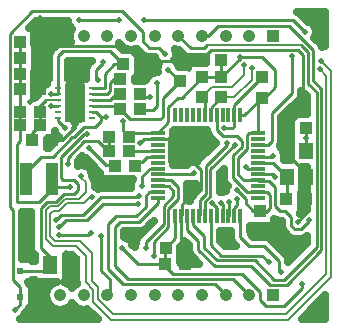
<source format=gbl>
G04 DipTrace 2.4.0.2*
%INBottom.gbr*%
%MOIN*%
%ADD14C,0.01*%
%ADD15C,0.0079*%
%ADD17C,0.007*%
%ADD18C,0.0091*%
%ADD19C,0.025*%
%ADD21R,0.0512X0.0591*%
%ADD22R,0.0433X0.0394*%
%ADD23R,0.0394X0.0433*%
%ADD27R,0.0236X0.0236*%
%ADD34C,0.0413*%
%ADD35R,0.0413X0.0413*%
%ADD36R,0.039X0.106*%
%ADD40R,0.0472X0.0118*%
%ADD41R,0.0118X0.0472*%
%ADD42R,0.0236X0.0091*%
%ADD43R,0.0669X0.1299*%
%ADD49R,0.0453X0.0551*%
%ADD50C,0.02*%
%FSLAX44Y44*%
G04*
G70*
G90*
G75*
G01*
%LNBottom*%
%LPD*%
X11908Y11123D2*
D14*
X12043D1*
X12638Y11718D1*
X12498Y10533D2*
Y11579D1*
X12638Y11718D1*
X10638Y12392D2*
X11262D1*
X11263Y12972D2*
Y12392D1*
X9152Y10533D2*
Y10550D1*
X8189D1*
Y10415D1*
X10638Y12392D2*
Y12388D1*
X9950Y11700D1*
X9825D1*
X9513Y11387D1*
Y10893D1*
X9152Y10533D1*
X4550Y13575D2*
Y13057D1*
X4572Y13035D1*
Y12535D1*
X4550Y12513D1*
Y12012D1*
Y11250D1*
X4560D1*
Y10798D1*
X4568Y10790D1*
X7965Y6715D2*
X8510Y6170D1*
X9406D1*
Y6688D1*
X9428Y6710D1*
X9742Y7777D2*
Y7025D1*
X9428Y6710D1*
X12638Y11718D2*
X12718D1*
X13075Y12075D1*
Y12638D1*
X12643Y13070D1*
X11910D1*
Y13050D1*
X11921D1*
X11262Y12392D1*
X4568Y10790D2*
Y10268D1*
X4470Y10170D1*
Y8230D1*
X5190D1*
X5635Y8675D1*
Y9010D1*
Y8740D1*
X6240D1*
X7990Y10930D2*
Y10614D1*
X8189Y10415D1*
X12498Y8958D2*
X12022D1*
X11830Y9150D1*
Y9710D1*
X12130Y10010D1*
Y10470D1*
X12190Y10530D1*
X12496D1*
X12498Y10533D1*
X9406Y6170D2*
Y6114D1*
X9670Y5850D1*
X11960D1*
X12560Y5250D1*
Y4970D1*
X12750Y4780D1*
X13380D1*
X13960Y5360D1*
Y5490D1*
X14210Y7630D2*
Y7610D1*
X13930Y7330D1*
X13730D1*
X13610Y7450D1*
Y7730D1*
X13410Y7930D1*
X13230D1*
X13070Y8090D1*
Y8750D1*
X12870Y8950D1*
X12506D1*
X12498Y8958D1*
X5850Y7130D2*
X6840D1*
X6920Y7210D1*
X12575Y7933D2*
X12347D1*
X12090Y8190D1*
Y8350D1*
X11810Y8630D1*
X12498Y8564D2*
X12816D1*
X12910Y8470D1*
Y8035D1*
X12763Y7888D1*
X12620D1*
X12575Y7933D1*
X11120Y11123D2*
Y10640D1*
X11330Y10430D1*
X11790D1*
X11950Y10270D1*
Y10070D1*
X11670Y9790D1*
Y9043D1*
X12138Y8575D1*
X12487D1*
X12498Y8564D1*
X11908Y7777D2*
Y7072D1*
X12210Y6770D1*
X12690D1*
X13200Y6260D1*
Y5970D1*
X13280Y5890D1*
X10727Y7777D2*
Y8247D1*
X10910Y8430D1*
Y9330D1*
X11730Y10150D1*
X12575Y7263D2*
X12833D1*
X13013Y7443D1*
Y7700D1*
X14114Y8325D2*
Y7864D1*
X13825Y7575D1*
X13470Y9950D2*
Y9830D1*
X13950Y9350D1*
Y9234D1*
X14100Y9084D1*
Y8339D1*
X14114Y8325D1*
X13420Y10700D2*
Y10000D1*
X13470Y9950D1*
X11711Y11123D2*
Y11461D1*
X12638Y12388D1*
X9888Y12932D2*
X10552D1*
X10593Y12972D1*
X5219Y13575D2*
Y13057D1*
X5241Y13035D1*
Y12535D1*
X5219Y12513D1*
Y12012D1*
Y13575D2*
Y14369D1*
X10097Y6710D2*
Y6192D1*
X10075Y6170D1*
X9939Y7777D2*
Y6868D1*
X10097Y6710D1*
X12498Y9155D2*
X12995D1*
X13075Y9075D1*
X8570Y10210D2*
X8710Y10350D1*
X9166D1*
X9152Y10336D1*
X10350Y8390D2*
X10203D1*
X9950Y8137D1*
Y7788D1*
X9939Y7777D1*
X6323Y6137D2*
Y6337D1*
X6110Y6550D1*
X9152Y10336D2*
X9544D1*
X10590Y9290D1*
Y8650D1*
X10340Y8400D1*
X10350Y8390D1*
X13420Y10700D2*
X13530D1*
Y10830D1*
X14010Y11310D1*
Y13130D1*
X13830Y13310D1*
X10931D1*
X10593Y12972D1*
X9888Y12932D2*
X8789D1*
X8682Y12825D1*
Y12427D1*
X8580Y12325D1*
X5219Y13575D2*
X5450D1*
X5575Y13450D1*
X8057D1*
X8682Y12825D1*
X5219Y12012D2*
Y11899D1*
X4890Y11570D1*
X6399Y11535D2*
X6370D1*
Y10710D1*
X5970Y10310D1*
X5645D1*
X5637Y10317D1*
X11350Y10710D2*
X11650D1*
X11710Y10770D1*
Y11122D1*
X11711Y11123D1*
X10210Y12670D2*
Y12930D1*
X10551D1*
X12498Y10139D2*
X12819D1*
X12950Y10270D1*
Y11190D1*
X13630Y11870D1*
Y13090D1*
X14070Y13890D2*
X13670Y14290D1*
X8700D1*
X7870D2*
X6540D1*
X8510Y8170D2*
X7340D1*
X6802Y7632D1*
X6112D1*
X5870Y7390D1*
X5770Y7630D2*
X5940Y7800D1*
X6680D1*
X7268Y8388D1*
X8468D1*
X8530Y8450D1*
X8630Y8770D2*
Y9090D1*
X8890Y9350D1*
X9150D1*
X9152Y9352D1*
Y9942D2*
X8538D1*
X8528Y9952D1*
X8187D1*
X14089Y10700D2*
Y9961D1*
X14100Y9950D1*
X12498Y9745D2*
X12995D1*
X13013Y9763D1*
X14100Y10380D2*
Y9950D1*
X13470Y9084D2*
Y8351D1*
X13444Y8325D1*
X12498Y9548D2*
X13006D1*
X13470Y9084D1*
X5229Y11250D2*
Y10798D1*
X5237Y10790D1*
X5848Y11634D2*
D18*
Y11650D1*
D17*
X5440D1*
D14*
X5135Y11345D1*
X5229Y11250D1*
X4968Y10317D2*
Y10521D1*
X5237Y10790D1*
X6950Y11831D2*
D18*
X7456D1*
D14*
X7575Y11950D1*
Y12200D1*
X7700Y12325D1*
X7911D1*
X6950Y11634D2*
D18*
X7571D1*
D14*
X7762Y11825D1*
X7911D1*
X6950Y11240D2*
D18*
Y11250D1*
D14*
X7090D1*
X7270Y11070D1*
Y10930D1*
X7070Y10730D1*
X6690D1*
X6350Y10390D1*
X6310D1*
X5650Y9730D1*
X5250D1*
X4690Y9170D1*
Y8810D1*
X4780D1*
Y9010D1*
X7270Y11070D2*
X7430D1*
X8910Y11730D2*
X8485D1*
X8580Y11825D1*
X7911Y11325D2*
X7895D1*
X8230Y10990D1*
X9240D1*
X9325Y11075D1*
Y11700D1*
X9888Y12262D1*
X6950Y11437D2*
D18*
X7118D1*
D14*
X8023D1*
X7911Y11325D1*
X4571Y5079D2*
Y4821D1*
X4387Y4637D1*
X4571Y5079D2*
Y5389D1*
X4330Y5630D1*
Y7970D1*
X4220Y8080D1*
Y13840D1*
X4970Y14590D1*
X7970D1*
X8650Y13910D1*
Y13590D1*
X8854Y13386D1*
X9194D1*
X9410Y13170D1*
X9510Y12650D2*
Y12640D1*
X9888Y12262D1*
X6950Y12027D2*
D18*
X7387D1*
D14*
Y12512D1*
X7700Y12825D1*
X8013D1*
X5848Y11831D2*
D18*
Y11850D1*
Y12027D1*
Y11437D2*
X5680D1*
D14*
X5610D1*
Y11850D2*
X5848D1*
Y12027D2*
D18*
Y11983D1*
D14*
Y13098D1*
X6012Y13262D1*
X7575D1*
X8013Y12825D1*
X9152Y9745D2*
X8808D1*
X8637Y9575D1*
X8513D1*
X8388Y9450D1*
X12498Y9352D2*
X12168D1*
X12110Y9410D1*
X7330Y12910D2*
Y12870D1*
X7090Y12630D1*
Y12350D1*
X7150Y12290D1*
X7270Y7090D2*
Y5950D1*
X7550Y5670D1*
Y5190D1*
X7480Y5120D1*
X9152Y9155D2*
X10315D1*
X10370Y9210D1*
X10727Y11123D2*
Y11633D1*
X10638Y11723D1*
X6610Y9100D2*
D15*
Y9040D1*
X6750Y8900D1*
Y8560D1*
X6530Y8340D1*
X6070D1*
X5820Y8090D1*
X5550D1*
X5420Y7960D1*
Y7010D1*
X5670Y6760D1*
X6430D1*
X6750Y6440D1*
Y5560D1*
X7010Y5300D1*
Y4900D1*
X7600Y4310D1*
X13500D1*
X14930Y5740D1*
Y12610D1*
X14590Y12950D1*
X12030Y12800D2*
Y12460D1*
X11630Y12060D1*
X10975D1*
X10638Y11723D1*
X10333Y7777D2*
D14*
Y7467D1*
X10710Y7090D1*
Y6710D1*
X11130Y6290D1*
X12390D1*
X13030Y5650D1*
X13380D1*
X14450Y6720D1*
Y11890D1*
X14170Y12170D1*
Y13230D1*
X13930Y13470D1*
D15*
X10790D1*
D14*
X10690Y13370D1*
X10250D1*
X9840Y13780D1*
X10923Y11123D2*
Y11383D1*
X11262Y11722D1*
X6970Y8390D2*
D15*
X6890D1*
X6700Y8200D1*
X6130D1*
X5870Y7940D1*
X5670D1*
X5570Y7840D1*
Y7090D1*
X5730Y6930D1*
X6550D1*
X6950Y6530D1*
Y5610D1*
X7150Y5410D1*
Y5010D1*
X7660Y4500D1*
X13420D1*
X14770Y5850D1*
Y12450D1*
X14550Y12670D1*
X12290Y12690D2*
Y12310D1*
X11702Y11722D1*
X11262D1*
X10630Y13780D2*
D14*
X10820D1*
X11150Y14110D1*
X13530D1*
X14330Y13310D1*
Y12290D1*
X14610Y12010D1*
Y6630D1*
X13460Y5480D1*
X12890D1*
X12280Y6090D1*
X11070D1*
X10510Y6650D1*
Y6930D1*
X10136Y7304D1*
Y7777D1*
X5848Y11043D2*
D18*
Y10932D1*
D14*
X6070Y10710D1*
X9130Y12190D2*
Y11430D1*
X9010Y11310D1*
X8580D1*
Y11325D1*
X11514Y7777D2*
X11530D1*
Y8250D1*
X11790Y8330D2*
Y8130D1*
X11711Y8051D1*
Y7777D1*
X10923D2*
Y6789D1*
X11263Y6450D1*
X12640D1*
X12860Y6230D1*
X11317Y7777D2*
Y8163D1*
X11270Y8210D1*
X11120Y7777D2*
Y8040D1*
X10970Y8190D1*
X9152Y8564D2*
X8864D1*
X8750Y8450D1*
Y8070D1*
X8437Y7757D1*
X7777D1*
X7510Y7490D1*
Y5990D1*
X8010Y5490D1*
X11050D1*
X11420Y5120D1*
X9152Y8367D2*
Y8192D1*
X8530Y7570D1*
X7890D1*
X7730Y7410D1*
Y6090D1*
X8150Y5670D1*
X11650D1*
X12200Y5120D1*
X9152Y8761D2*
X9519D1*
X9670Y8610D1*
Y8430D1*
X9350Y8110D1*
Y7490D1*
X8750Y6890D1*
Y6690D1*
X9152Y8958D2*
X9602D1*
X9830Y8730D1*
Y8330D1*
X9510Y8010D1*
Y7390D1*
X9030Y6910D1*
Y6450D1*
X6850Y10050D2*
X7430Y9470D1*
X7718D1*
Y9450D1*
X7520Y10415D2*
Y9954D1*
X7518Y9952D1*
X6150Y9500D2*
Y9710D1*
X6710Y10270D1*
X7170D1*
X7488Y9952D1*
X7518D1*
X4571Y5946D2*
X5383D1*
X5575Y6137D1*
X6790Y10510D2*
X6710D1*
X5940Y9740D1*
Y9040D1*
X6010Y8970D1*
X6360D1*
X6490Y8840D1*
Y8630D1*
X6370Y8510D1*
X6020D1*
X5753Y8243D1*
X5473D1*
X5262Y8032D1*
Y6700D1*
X5575Y6387D1*
Y6137D1*
X11470Y10210D2*
Y10150D1*
X10750Y9430D1*
Y8510D1*
X10550Y8310D1*
Y7797D1*
X10530Y7777D1*
D50*
X7965Y6715D3*
X11910Y13070D3*
X6240Y8740D3*
X7990Y10930D3*
X13960Y5490D3*
X14210Y7630D3*
X5850Y7130D3*
X6920Y7210D3*
X11810Y8630D3*
X13280Y5890D3*
X11730Y10150D3*
X13013Y7700D3*
X13825Y7575D3*
X5219Y14369D3*
X13075Y9075D3*
X8570Y10210D3*
X10350Y8390D3*
X6110Y6550D3*
X10350Y8390D3*
X4890Y11570D3*
X6370Y10710D3*
X11350D3*
X10210Y12670D3*
X6110Y6550D3*
X13630Y13090D3*
X14070Y13890D3*
X8700Y14290D3*
X7870D3*
X6540D3*
X8510Y8170D3*
X5870Y7390D3*
X5770Y7630D3*
X8530Y8450D3*
X8630Y8770D3*
X13013Y9763D3*
X14100Y10380D3*
X7430Y11070D3*
X8910Y11730D3*
X4387Y4637D3*
X9410Y13170D3*
X9510Y12650D3*
X5610Y11437D3*
Y11850D3*
X12110Y9410D3*
X7330Y12910D3*
X7150Y12290D3*
X7270Y7090D3*
X10370Y9210D3*
X6610Y9100D3*
X14590Y12950D3*
X12030Y12800D3*
X6970Y8390D3*
X14550Y12670D3*
X12290Y12690D3*
X6070Y10710D3*
X9130Y12190D3*
X11530Y8250D3*
X11790Y8330D3*
X12860Y6230D3*
X11270Y8210D3*
X10970Y8190D3*
X8750Y6690D3*
X9030Y6450D3*
X6850Y10050D3*
X6150Y9500D3*
X6790Y10510D3*
X11470Y10210D3*
X14106Y14326D2*
D19*
X14716D1*
X4926Y14078D2*
X6220D1*
X14407D2*
X14716D1*
X5055Y13829D2*
X6204D1*
X14454D2*
X14716D1*
X5055Y13580D2*
X6247D1*
X14532D2*
X14716D1*
X5079Y13332D2*
X5611D1*
X7977D2*
X8101D1*
X5079Y13083D2*
X5509D1*
X8520D2*
X8743D1*
X9789D2*
X10095D1*
X5079Y12834D2*
X5509D1*
X6188D2*
X6825D1*
X8520D2*
X9169D1*
X9848D2*
X10150D1*
X5079Y12585D2*
X5509D1*
X6188D2*
X6751D1*
X8520D2*
X9126D1*
X5055Y12337D2*
X5439D1*
X6254D2*
X6540D1*
X8418D2*
X8771D1*
X5055Y12088D2*
X5310D1*
X6254D2*
X6540D1*
X5055Y11839D2*
X5162D1*
X6254D2*
X6540D1*
X6254Y11591D2*
X6540D1*
X13821D2*
X14111D1*
X6254Y11342D2*
X6540D1*
X13571D2*
X14111D1*
X6254Y11093D2*
X6540D1*
X13325D2*
X13583D1*
X13289Y10845D2*
X13583D1*
X9684Y10596D2*
X10782D1*
X13289D2*
X13583D1*
X9676Y10347D2*
X10943D1*
X13289D2*
X13583D1*
X9676Y10099D2*
X10946D1*
X13239D2*
X13583D1*
X9676Y9850D2*
X10700D1*
X13391D2*
X13583D1*
X6524Y9601D2*
X6829D1*
X9676D2*
X10462D1*
X6899Y9353D2*
X7075D1*
X13985D2*
X14111D1*
X7000Y9104D2*
X7212D1*
X11250D2*
X11330D1*
X13985D2*
X14111D1*
X7079Y8855D2*
X8251D1*
X11250D2*
X11393D1*
X13985D2*
X14111D1*
X10168Y8606D2*
X10376D1*
X11250D2*
X11421D1*
X13985D2*
X14111D1*
X13950Y8358D2*
X14111D1*
X13950Y8109D2*
X14111D1*
X4668Y7860D2*
X4923D1*
X4668Y7612D2*
X4923D1*
X13063D2*
X13259D1*
X4668Y7363D2*
X4923D1*
X12258D2*
X13282D1*
X4668Y7114D2*
X4923D1*
X8071D2*
X8505D1*
X11262D2*
X11568D1*
X12336D2*
X13474D1*
X4668Y6866D2*
X4923D1*
X8321D2*
X8403D1*
X11317D2*
X11646D1*
X13063D2*
X14111D1*
X4668Y6617D2*
X4935D1*
X9934D2*
X10173D1*
X13313D2*
X13876D1*
X4668Y6368D2*
X5029D1*
X6121D2*
X6364D1*
X9934D2*
X10321D1*
X13520D2*
X13627D1*
X6121Y6120D2*
X6419D1*
X6121Y5871D2*
X6419D1*
X6121Y5622D2*
X6419D1*
X4977Y5374D2*
X5489D1*
X4977Y5125D2*
X5415D1*
X4977Y4876D2*
X5482D1*
X14524D2*
X14716D1*
X4844Y4627D2*
X6825D1*
X14274D2*
X14716D1*
X4668Y4379D2*
X7075D1*
X14024D2*
X14716D1*
X6096Y6452D2*
Y5577D1*
X6022D1*
X6172Y5512D1*
X6266Y5429D1*
X6302Y5374D1*
X6384Y5470D1*
X6451Y5516D1*
X6445Y5685D1*
Y6314D1*
X6305Y6454D1*
X6098Y6455D1*
X5795Y5577D2*
X5054D1*
Y5628D1*
X4957Y5631D1*
X4954Y5562D1*
X4833D1*
X4866Y5498D1*
X4954Y5463D1*
Y4696D1*
X4858Y4692D1*
X4793Y4598D1*
X4741Y4545D1*
X4670Y4407D1*
X4573Y4324D1*
X7157Y4325D1*
X6814Y4663D1*
X6691Y4649D1*
X6567Y4668D1*
X6454Y4718D1*
X6357Y4797D1*
X6309Y4863D1*
X6240Y4783D1*
X6140Y4709D1*
X6024Y4663D1*
X5901Y4649D1*
X5777Y4668D1*
X5664Y4718D1*
X5567Y4797D1*
X5494Y4898D1*
X5450Y5015D1*
X5439Y5139D1*
X5460Y5262D1*
X5513Y5374D1*
X5594Y5470D1*
X5696Y5540D1*
X5803Y5578D1*
X5054Y6261D2*
Y6464D1*
X4971Y6581D1*
X4947Y6700D1*
Y7915D1*
X4647D1*
X4645Y6325D1*
X4954Y6329D1*
Y6262D1*
X5033Y11712D2*
X5042Y11708D1*
X5032Y11724D1*
Y11713D1*
X5089Y11744D1*
X5246Y11892D1*
X5260Y11952D1*
X5314Y12064D1*
X5403Y12151D1*
X5463Y12178D1*
X5465Y12338D1*
X5531D1*
X5533Y13098D1*
X5557Y13219D1*
X5625Y13320D1*
X5790Y13485D1*
X5893Y13554D1*
X6012Y13577D1*
X6274D1*
X6240Y13675D1*
X6229Y13799D1*
X6250Y13922D1*
X6295Y14017D1*
X6204Y14147D1*
X6176Y14272D1*
X5099Y14275D1*
X4864Y14039D1*
X5032Y14037D1*
Y13494D1*
X5054Y13496D1*
Y12573D1*
X5034D1*
X5032Y12051D1*
Y11724D1*
X8391Y12287D2*
X8780Y12292D1*
X8834Y12404D1*
X8923Y12491D1*
X9036Y12543D1*
X9156Y12553D1*
X9146Y12628D1*
X9160Y12752D1*
X9212Y12860D1*
X9142Y12923D1*
X9074Y13027D1*
X9064Y13069D1*
X8854Y13071D1*
X8732Y13096D1*
X8631Y13163D1*
X8450Y13344D1*
X8384Y13323D1*
X8261Y13309D1*
X8137Y13328D1*
X8024Y13378D1*
X7927Y13457D1*
X7879Y13523D1*
X7886Y13397D1*
X7994Y13289D1*
X8494Y13287D1*
Y12363D1*
X8389D1*
X8392Y12283D1*
X13926Y8541D2*
Y7863D1*
X13899D1*
X13905Y7839D1*
X14003Y7931D1*
X14135Y7984D1*
Y9411D1*
X13962Y9409D1*
X13961Y8543D1*
X13926D1*
X13733Y11162D2*
X14135D1*
Y11763D1*
X13945Y11950D1*
Y11870D1*
X13921Y11748D1*
X13853Y11647D1*
X13264Y11059D1*
X13265Y10270D1*
X13239Y10147D1*
X13266Y10025D1*
X13339Y9925D1*
X13375Y9806D1*
X13378Y9763D1*
X13357Y9644D1*
X13479Y9624D1*
X13608D1*
Y11162D1*
X13733D1*
X9909Y6746D2*
Y6249D1*
X9890D1*
X9920Y6165D1*
X10549D1*
X10287Y6427D1*
X10218Y6531D1*
X10195Y6650D1*
Y6802D1*
X10047Y6948D1*
X10033Y6903D1*
X9965Y6802D1*
X9907Y6744D1*
X10781Y12874D2*
Y13069D1*
X10690Y13055D1*
X10250D1*
X10128Y13079D1*
X10027Y13147D1*
X9864Y13310D1*
X9742Y13322D1*
X9772Y13213D1*
X9775Y13170D1*
X9754Y13047D1*
X9702Y12956D1*
X9763Y12913D1*
X9837Y12812D1*
X9858Y12742D1*
X10180Y12744D1*
X10176Y12873D1*
X10781D1*
X5450Y10330D2*
Y10041D1*
X5520Y10045D1*
X5877Y10403D1*
X5802Y10463D1*
X5734Y10567D1*
X5724Y10609D1*
X5719Y10328D1*
X5450D1*
X13037Y7684D2*
Y7451D1*
X12228D1*
X12232Y7276D1*
X12220D1*
X12307Y7118D1*
X12343Y7082D1*
X12690Y7085D1*
X12812Y7061D1*
X12913Y6993D1*
X13423Y6483D1*
X13492Y6379D1*
X13515Y6260D1*
Y6233D1*
X14138Y6853D1*
X14135Y7091D1*
X14049Y7038D1*
X13930Y7015D1*
X13730D1*
X13608Y7039D1*
X13507Y7107D1*
X13387Y7227D1*
X13323Y7320D1*
X13295Y7450D1*
Y7602D1*
X13098Y7645D1*
X8318Y8988D2*
X7906Y8992D1*
X7825Y8988D1*
X7237D1*
Y9219D1*
X6757Y9697D1*
X6680Y9727D1*
X6640Y9758D1*
X6499Y9614D1*
X6515Y9500D1*
X6506Y9450D1*
X6640Y9464D1*
X6760Y9433D1*
X6863Y9363D1*
X6937Y9262D1*
X6972Y9143D1*
X6975Y9107D1*
X7044Y8982D1*
X7055Y8900D1*
Y8748D1*
X7120Y8723D1*
X7175Y8685D1*
X7268Y8703D1*
X8264D1*
X8280Y8872D1*
X8315Y8945D1*
X8200Y8988D1*
X7950D1*
X11590Y7276D2*
X11584Y7279D1*
X11338Y7276D1*
X11237D1*
X11238Y6921D1*
X11392Y6766D1*
X11766Y6765D1*
X11685Y6850D1*
X11616Y6953D1*
X11593Y7072D1*
Y7279D1*
X11387Y7276D1*
X11319D1*
X10206Y8278D2*
X10233D1*
X10259Y8432D1*
X10327Y8533D1*
X10435Y8640D1*
Y8850D1*
X10190Y8840D1*
X10123D1*
X10145Y8730D1*
X10144Y8318D1*
X10187Y8278D1*
X10238D1*
X10235Y8318D1*
X10263Y8439D1*
X10327Y8533D1*
X10806Y10622D2*
X10599Y10626D1*
X10657Y10622D1*
X9812D1*
X9653Y10463D1*
X9649Y9815D1*
X9653Y9872D1*
Y9472D1*
X10117Y9470D1*
X10163Y9511D1*
X10276Y9563D1*
X10400Y9574D1*
X10464Y9557D1*
X10527Y9653D1*
X11094Y10219D1*
X10898Y10417D1*
X10825Y10531D1*
X10801Y10622D1*
X10403Y10626D1*
X10157Y10622D1*
X10009Y10626D1*
X9763Y10622D1*
X9812Y10626D1*
X9691Y10622D1*
X9653Y10587D1*
X9649Y10209D1*
X9653Y10266D1*
X9649Y9618D1*
X6567Y11127D2*
X6571Y11747D1*
X6567Y11842D1*
Y12338D1*
X6774D1*
X6775Y12630D1*
X6799Y12752D1*
X6867Y12853D1*
X6964Y12949D1*
X6165Y12947D1*
X6163Y12336D1*
X6231Y12338D1*
X6227Y11717D1*
X6231Y11444D1*
X6227Y11324D1*
X6231Y11039D1*
X6227Y11127D1*
X6231Y11229D1*
X6230Y11036D1*
X6323Y10973D1*
X6395Y10876D1*
X6476Y10960D1*
X6567Y11018D1*
X6571Y11354D1*
X6567Y11449D1*
X6571Y11944D1*
X8318Y6808D2*
X8389Y6736D1*
X8400Y6792D1*
X8435Y6865D1*
X8459Y7012D1*
X8527Y7113D1*
X9033Y7618D1*
X8933Y7527D1*
X8753Y7347D1*
X8649Y7278D1*
X8530Y7255D1*
X8042D1*
X8045Y7070D1*
X8115Y7048D1*
X8218Y6978D1*
X8292Y6877D1*
X8311Y6814D1*
X8435Y6898D1*
X8463Y7019D1*
X8527Y7113D1*
X11447Y8605D2*
X11460Y8732D1*
X11485Y8784D1*
X11447Y8820D1*
X11378Y8923D1*
X11355Y9043D1*
Y9328D1*
X11226Y9201D1*
X11225Y8568D1*
X11300Y8574D1*
X11341Y8563D1*
X11448Y8604D1*
X13981Y14424D2*
X14161Y14245D1*
X14220Y14223D1*
X14323Y14153D1*
X14397Y14052D1*
X14432Y13933D1*
X14435Y13890D1*
X14414Y13767D1*
X14378Y13703D1*
X14553Y13533D1*
X14625Y13419D1*
X14743Y13450D1*
Y14575D1*
X13801D1*
X13893Y14513D1*
X13981Y14424D1*
X14745Y5124D2*
X13950Y4325D1*
X14743D1*
Y5118D1*
D21*
X5575Y6137D3*
X6323D3*
D22*
X4560Y11250D3*
X5229D3*
X8580Y11825D3*
X7911D3*
X13444Y8325D3*
X14114D3*
X14089Y10700D3*
X13420D3*
X4550Y13575D3*
X5219D3*
X9406Y6170D3*
X10075D3*
X9428Y6710D3*
X10097D3*
X8013Y12825D3*
X8682D3*
D23*
X12638Y11718D3*
Y12388D3*
D22*
X10593Y12972D3*
X11263D3*
D23*
X9888Y12262D3*
Y12932D3*
D22*
X4572Y13035D3*
X5241D3*
X4550Y12513D3*
X5219D3*
X4550Y12012D3*
X5219D3*
D27*
X4571Y5079D3*
Y5946D3*
D34*
X6700Y13780D3*
X7480D3*
X5910D3*
X8270D3*
X9060D3*
X9840D3*
X10630D3*
X11420D3*
X12200D3*
D35*
X12990D3*
D34*
X6700Y5120D3*
X7480D3*
X5910D3*
X8270D3*
X9060D3*
X9840D3*
X10630D3*
X11420D3*
X12200D3*
D35*
X12990D3*
D36*
X4780Y9010D3*
X5635D3*
D22*
X5637Y10317D3*
X4968D3*
X5237Y10790D3*
X4568D3*
X8580Y12325D3*
X7911D3*
X8580Y11325D3*
X7911D3*
X8187Y9952D3*
X7518D3*
D23*
X12575Y7933D3*
Y7263D3*
D22*
X8388Y9450D3*
X7718D3*
X7520Y10415D3*
X8189D3*
D23*
X11262Y11722D3*
Y12392D3*
X10638Y11723D3*
Y12392D3*
D40*
X12498Y10533D3*
Y10336D3*
Y10139D3*
Y9942D3*
Y9745D3*
Y9548D3*
Y9352D3*
Y9155D3*
Y8958D3*
Y8761D3*
Y8564D3*
Y8367D3*
D41*
X11908Y7777D3*
X11711D3*
X11514D3*
X11317D3*
X11120D3*
X10923D3*
X10727D3*
X10530D3*
X10333D3*
X10136D3*
X9939D3*
X9742D3*
D40*
X9152Y8367D3*
Y8564D3*
Y8761D3*
Y8958D3*
Y9155D3*
Y9352D3*
Y9548D3*
Y9745D3*
Y9942D3*
Y10139D3*
Y10336D3*
Y10533D3*
D41*
X9742Y11123D3*
X9939D3*
X10136D3*
X10333D3*
X10530D3*
X10727D3*
X10923D3*
X11120D3*
X11317D3*
X11514D3*
X11711D3*
X11908D3*
D42*
X6950Y12027D3*
Y11831D3*
Y11634D3*
Y11437D3*
Y11240D3*
Y11043D3*
X5848D3*
Y11240D3*
Y11437D3*
Y11634D3*
Y11831D3*
Y12027D3*
D43*
X6399Y11535D3*
D49*
X14100Y9950D3*
Y9084D3*
X13470D3*
Y9950D3*
M02*

</source>
